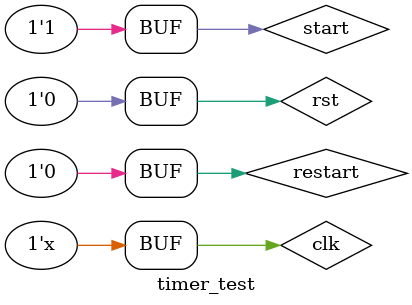
<source format=v>
`timescale 1 ns / 1 ps

module timer_test;

reg clk =0, rst;
reg start,restart;
wire [11:0] seconds;
wire [9:0] miliseconds;

initial begin
    rst = 0;
    #1000000 rst = 1;
    #1000000 rst = 0;
end

always 
    #500000 clk = ~clk;

initial begin 
    start = 0;
    restart = 0;
    #5000000 start = 1; //po 5ms start
    #1200000000 start =0; //po 1,2 sec stop
    #5000000 restart = 1;
    #5000000 start = 1;
    #5000000 restart = 0;
end

timer u_timer(
    .clk1KHz(clk),
    .reset(rst),
    .start(start),
    .restart(restart),
    .seconds(seconds),
    .miliseconds(miliseconds)
);

endmodule
</source>
